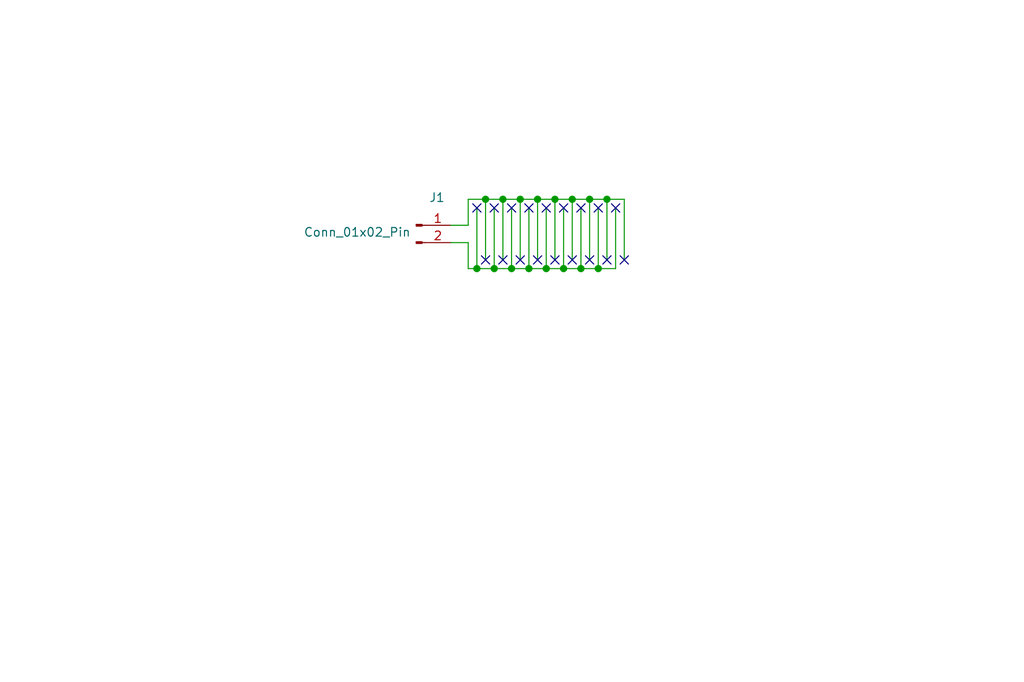
<source format=kicad_sch>
(kicad_sch (version 20231120) (generator "eeschema") (generator_version "8.0")
  (paper "User" 150 100)
  (lib_symbols
    (symbol "Connector:Conn_01x02_Pin" (pin_names (offset 1.016) hide)
      (property "Reference" "J" (at 0 2.54 0))
      (property "Value" "Conn_01x02_Pin" (at 0 -5.08 0))
      (symbol "Conn_01x02_Pin_1_1"
        (polyline (pts (xy 1.27 -2.54) (xy 0.8636 -2.54)) (stroke (width 0.1524)))
        (polyline (pts (xy 1.27 0) (xy 0.8636 0)) (stroke (width 0.1524)))
        (rectangle (start 0.8636 -2.413) (end 0 -2.667) (stroke (width 0.1524)) (fill (type outline)))
        (rectangle (start 0.8636 0.127) (end 0 -0.127) (stroke (width 0.1524)) (fill (type outline)))
        (pin passive line (at 5.08 0 180) (length 3.81) (name "Pin_1") (number "1"))
        (pin passive line (at 5.08 -2.54 180) (length 3.81) (name "Pin_2") (number "2"))
      )
    )
  )
  (junction (at 71.12 29.21))
  (junction (at 80.01 39.37))
  (junction (at 72.39 39.37))
  (junction (at 81.28 29.21))
  (junction (at 85.09 39.37))
  (junction (at 76.2 29.21))
  (junction (at 83.82 29.21))
  (junction (at 86.36 29.21))
  (junction (at 73.66 29.21))
  (junction (at 74.93 39.37))
  (junction (at 78.74 29.21))
  (junction (at 82.55 39.37))
  (junction (at 87.63 39.37))
  (junction (at 88.9 29.21))
  (junction (at 69.85 39.37))
  (junction (at 77.47 39.37))
  (no_connect (at 90.17 30.48))
  (no_connect (at 85.09 30.48))
  (no_connect (at 80.01 30.48))
  (no_connect (at 88.9 38.1))
  (no_connect (at 71.12 38.1))
  (no_connect (at 72.39 30.48))
  (no_connect (at 91.44 38.1))
  (no_connect (at 74.93 30.48))
  (no_connect (at 73.66 38.1))
  (no_connect (at 82.55 30.48))
  (no_connect (at 69.85 30.48))
  (no_connect (at 83.82 38.1))
  (no_connect (at 76.2 38.1))
  (no_connect (at 87.63 30.48))
  (no_connect (at 77.47 30.48))
  (no_connect (at 78.74 38.1))
  (no_connect (at 81.28 38.1))
  (no_connect (at 86.36 38.1))
  (wire (pts (xy 82.55 30.48) (xy 82.55 39.37)))
  (wire (pts (xy 83.82 29.21) (xy 86.36 29.21)))
  (wire (pts (xy 66.04 33.02) (xy 68.58 33.02)))
  (wire (pts (xy 86.36 29.21) (xy 88.9 29.21)))
  (wire (pts (xy 83.82 29.21) (xy 83.82 38.1)))
  (wire (pts (xy 71.12 29.21) (xy 71.12 38.1)))
  (wire (pts (xy 78.74 29.21) (xy 81.28 29.21)))
  (wire (pts (xy 74.93 39.37) (xy 77.47 39.37)))
  (wire (pts (xy 69.85 30.48) (xy 69.85 39.37)))
  (wire (pts (xy 90.17 30.48) (xy 90.17 39.37)))
  (wire (pts (xy 68.58 35.56) (xy 68.58 39.37)))
  (wire (pts (xy 72.39 39.37) (xy 74.93 39.37)))
  (wire (pts (xy 78.74 29.21) (xy 78.74 38.1)))
  (wire (pts (xy 71.12 29.21) (xy 73.66 29.21)))
  (wire (pts (xy 91.44 29.21) (xy 91.44 38.1)))
  (wire (pts (xy 77.47 39.37) (xy 80.01 39.37)))
  (wire (pts (xy 68.58 29.21) (xy 71.12 29.21)))
  (wire (pts (xy 73.66 29.21) (xy 73.66 38.1)))
  (wire (pts (xy 76.2 29.21) (xy 78.74 29.21)))
  (wire (pts (xy 81.28 29.21) (xy 83.82 29.21)))
  (wire (pts (xy 80.01 39.37) (xy 82.55 39.37)))
  (wire (pts (xy 76.2 29.21) (xy 76.2 38.1)))
  (wire (pts (xy 68.58 33.02) (xy 68.58 29.21)))
  (wire (pts (xy 85.09 30.48) (xy 85.09 39.37)))
  (wire (pts (xy 88.9 29.21) (xy 91.44 29.21)))
  (wire (pts (xy 85.09 39.37) (xy 87.63 39.37)))
  (wire (pts (xy 80.01 30.48) (xy 80.01 39.37)))
  (wire (pts (xy 77.47 30.48) (xy 77.47 39.37)))
  (wire (pts (xy 72.39 30.48) (xy 72.39 39.37)))
  (wire (pts (xy 73.66 29.21) (xy 76.2 29.21)))
  (wire (pts (xy 68.58 39.37) (xy 69.85 39.37)))
  (wire (pts (xy 87.63 39.37) (xy 90.17 39.37)))
  (wire (pts (xy 81.28 29.21) (xy 81.28 38.1)))
  (wire (pts (xy 87.63 30.48) (xy 87.63 39.37)))
  (wire (pts (xy 86.36 29.21) (xy 86.36 38.1)))
  (wire (pts (xy 69.85 39.37) (xy 72.39 39.37)))
  (wire (pts (xy 82.55 39.37) (xy 85.09 39.37)))
  (wire (pts (xy 66.04 35.56) (xy 68.58 35.56)))
  (wire (pts (xy 74.93 30.48) (xy 74.93 39.37)))
  (wire (pts (xy 88.9 29.21) (xy 88.9 38.1)))
  (symbol (lib_id "Connector:Conn_01x02_Pin") (at 60.96 33.02 0) (unit 1)
    (property "Reference" "J1" (at 64.008 28.956 0))
    (property "Value" "Conn_01x02_Pin" (at 52.324 34.036 0))
    (property "Footprint" "Connector_PinHeader_2.54mm:PinHeader_2x01_P2.54mm_Vertical" (effects (hide yes)))
    (property "Description" "Generic connector, single row, 01x02, script generated" (effects (hide yes)))
  )
)
</source>
